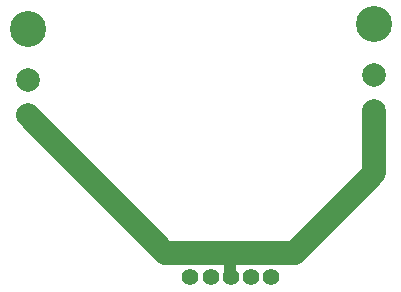
<source format=gbl>
G04*
G04 #@! TF.GenerationSoftware,Altium Limited,Altium Designer,18.1.6 (161)*
G04*
G04 Layer_Physical_Order=2*
G04 Layer_Color=16711680*
%FSLAX44Y44*%
%MOMM*%
G71*
G01*
G75*
%ADD17C,1.0000*%
%ADD19C,1.4000*%
%ADD20C,2.0000*%
%ADD21C,3.0480*%
%ADD22C,2.0000*%
D17*
X424180Y1062210D02*
X424670Y1061720D01*
X424180Y1062210D02*
Y1082040D01*
D19*
X390670Y1061720D02*
D03*
X441670D02*
D03*
X458670D02*
D03*
X424670D02*
D03*
X407670D02*
D03*
D20*
X252730Y1198408D02*
D03*
Y1228380D02*
D03*
X546100Y1202218D02*
D03*
Y1232190D02*
D03*
D21*
X252730Y1271560D02*
D03*
X546100Y1275370D02*
D03*
D22*
X252730Y1198408D02*
X369098Y1082040D01*
X546100Y1149350D02*
Y1202218D01*
X478790Y1082040D02*
X546100Y1149350D01*
X424180Y1082040D02*
X478790D01*
X369098D02*
X424180D01*
M02*

</source>
